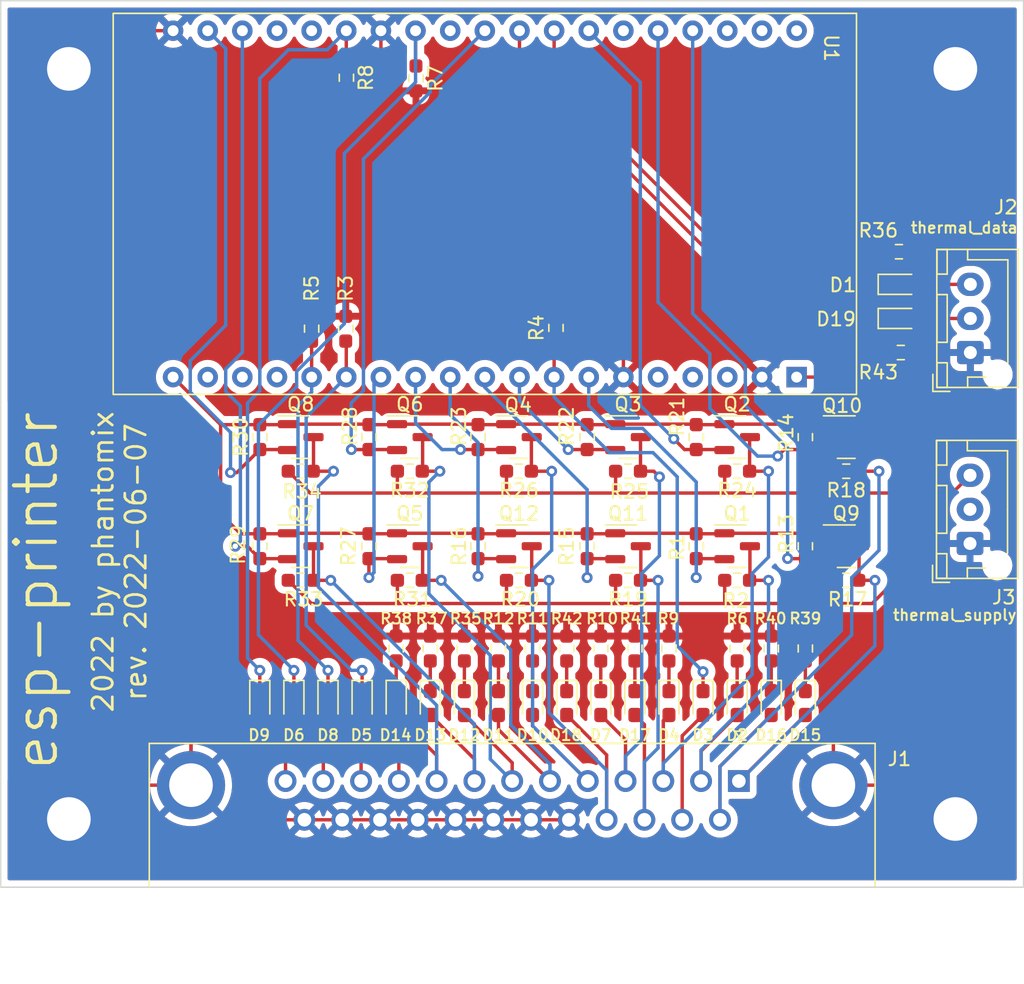
<source format=kicad_pcb>
(kicad_pcb (version 20211014) (generator pcbnew)

  (general
    (thickness 1.6)
  )

  (paper "A4")
  (layers
    (0 "F.Cu" signal)
    (31 "B.Cu" signal)
    (32 "B.Adhes" user "B.Adhesive")
    (33 "F.Adhes" user "F.Adhesive")
    (34 "B.Paste" user)
    (35 "F.Paste" user)
    (36 "B.SilkS" user "B.Silkscreen")
    (37 "F.SilkS" user "F.Silkscreen")
    (38 "B.Mask" user)
    (39 "F.Mask" user)
    (40 "Dwgs.User" user "User.Drawings")
    (41 "Cmts.User" user "User.Comments")
    (42 "Eco1.User" user "User.Eco1")
    (43 "Eco2.User" user "User.Eco2")
    (44 "Edge.Cuts" user)
    (45 "Margin" user)
    (46 "B.CrtYd" user "B.Courtyard")
    (47 "F.CrtYd" user "F.Courtyard")
    (48 "B.Fab" user)
    (49 "F.Fab" user)
    (50 "User.1" user "Nutzer.1")
    (51 "User.2" user "Nutzer.2")
    (52 "User.3" user "Nutzer.3")
    (53 "User.4" user "Nutzer.4")
    (54 "User.5" user "Nutzer.5")
    (55 "User.6" user "Nutzer.6")
    (56 "User.7" user "Nutzer.7")
    (57 "User.8" user "Nutzer.8")
    (58 "User.9" user "Nutzer.9")
  )

  (setup
    (pad_to_mask_clearance 0)
    (pcbplotparams
      (layerselection 0x00010fc_ffffffff)
      (disableapertmacros false)
      (usegerberextensions false)
      (usegerberattributes true)
      (usegerberadvancedattributes true)
      (creategerberjobfile true)
      (svguseinch false)
      (svgprecision 6)
      (excludeedgelayer true)
      (plotframeref false)
      (viasonmask true)
      (mode 1)
      (useauxorigin false)
      (hpglpennumber 1)
      (hpglpenspeed 20)
      (hpglpendiameter 15.000000)
      (dxfpolygonmode true)
      (dxfimperialunits true)
      (dxfusepcbnewfont true)
      (psnegative false)
      (psa4output false)
      (plotreference true)
      (plotvalue false)
      (plotinvisibletext false)
      (sketchpadsonfab false)
      (subtractmaskfromsilk true)
      (outputformat 1)
      (mirror false)
      (drillshape 0)
      (scaleselection 1)
      (outputdirectory "gerber/")
    )
  )

  (net 0 "")
  (net 1 "+3V3")
  (net 2 "+5V")
  (net 3 "GND")
  (net 4 "unconnected-(U1-Pad3)")
  (net 5 "unconnected-(U1-Pad4)")
  (net 6 "unconnected-(U1-Pad5)")
  (net 7 "unconnected-(U1-Pad16)")
  (net 8 "unconnected-(U1-Pad17)")
  (net 9 "unconnected-(U1-Pad18)")
  (net 10 "unconnected-(U1-Pad23)")
  (net 11 "unconnected-(U1-Pad24)")
  (net 12 "unconnected-(U1-Pad36)")
  (net 13 "unconnected-(U1-Pad37)")
  (net 14 "unconnected-(U1-Pad38)")
  (net 15 "SUB_STROBE")
  (net 16 "SUB_D0")
  (net 17 "SUB_D1")
  (net 18 "SUB_D2")
  (net 19 "SUB_D3")
  (net 20 "SUB_D4")
  (net 21 "SUB_D5")
  (net 22 "SUB_D6")
  (net 23 "SUB_D7")
  (net 24 "SUB_AUTOFD")
  (net 25 "SUB_RST")
  (net 26 "SUB_SEL_INPUT")
  (net 27 "ESP_D0")
  (net 28 "ESP_STROBE")
  (net 29 "ESP_AUTOFD")
  (net 30 "ESP_RST")
  (net 31 "ESP_SEL_INPUT")
  (net 32 "ESP_D1")
  (net 33 "ESP_D2")
  (net 34 "ESP_D3")
  (net 35 "ESP_D4")
  (net 36 "ESP_D5")
  (net 37 "ESP_D6")
  (net 38 "ESP_D7")
  (net 39 "ESP_ACK")
  (net 40 "ESP_ERROR")
  (net 41 "ESP_BUSY")
  (net 42 "ESP_PAPER_EMPTY")
  (net 43 "ESP_SELECT")
  (net 44 "Net-(J1-Pad10)")
  (net 45 "/u2rx")
  (net 46 "/u2tx")
  (net 47 "unconnected-(J3-Pad2)")
  (net 48 "Net-(J1-Pad11)")
  (net 49 "Net-(J1-Pad12)")
  (net 50 "Net-(J1-Pad13)")
  (net 51 "Net-(J1-Pad15)")
  (net 52 "Net-(D2-Pad1)")
  (net 53 "Net-(D4-Pad1)")
  (net 54 "Net-(D7-Pad1)")
  (net 55 "Net-(D10-Pad1)")
  (net 56 "Net-(D11-Pad1)")
  (net 57 "Net-(D12-Pad1)")
  (net 58 "Net-(R36-Pad1)")
  (net 59 "Net-(D13-Pad1)")
  (net 60 "Net-(D14-Pad1)")
  (net 61 "Net-(D15-Pad1)")
  (net 62 "Net-(D16-Pad1)")
  (net 63 "Net-(D17-Pad1)")
  (net 64 "Net-(D18-Pad1)")
  (net 65 "Net-(D19-Pad1)")
  (net 66 "unconnected-(U1-Pad28)")
  (net 67 "unconnected-(U1-Pad33)")

  (footprint "Package_TO_SOT_SMD:SOT-23" (layer "F.Cu") (at 154 87))

  (footprint "LED_SMD:LED_0603_1608Metric_Pad1.05x0.95mm_HandSolder" (layer "F.Cu") (at 149 106.5 -90))

  (footprint "Resistor_SMD:R_0603_1608Metric_Pad0.98x0.95mm_HandSolder" (layer "F.Cu") (at 125.35 60.65 -90))

  (footprint "Resistor_SMD:R_0603_1608Metric_Pad0.98x0.95mm_HandSolder" (layer "F.Cu") (at 151 95 -90))

  (footprint "Resistor_SMD:R_0603_1608Metric_Pad0.98x0.95mm_HandSolder" (layer "F.Cu") (at 143 95 -90))

  (footprint "Resistor_SMD:R_0603_1608Metric_Pad0.98x0.95mm_HandSolder" (layer "F.Cu") (at 134 102.5 90))

  (footprint "Resistor_SMD:R_0603_1608Metric_Pad0.98x0.95mm_HandSolder" (layer "F.Cu") (at 151 87 -90))

  (footprint "Package_TO_SOT_SMD:SOT-23" (layer "F.Cu") (at 122 95))

  (footprint "Resistor_SMD:R_0603_1608Metric_Pad0.98x0.95mm_HandSolder" (layer "F.Cu") (at 159 87 -90))

  (footprint "Resistor_SMD:R_0603_1608Metric_Pad0.98x0.95mm_HandSolder" (layer "F.Cu") (at 119 95 -90))

  (footprint "Resistor_SMD:R_0603_1608Metric_Pad0.98x0.95mm_HandSolder" (layer "F.Cu") (at 162 89.5))

  (footprint "LED_SMD:LED_0603_1608Metric_Pad1.05x0.95mm_HandSolder" (layer "F.Cu") (at 146.5 106.5 -90))

  (footprint "Package_TO_SOT_SMD:SOT-23" (layer "F.Cu") (at 154 95))

  (footprint "Resistor_SMD:R_0603_1608Metric_Pad0.98x0.95mm_HandSolder" (layer "F.Cu") (at 138 89.5))

  (footprint "LED_SMD:LED_0603_1608Metric_Pad1.05x0.95mm_HandSolder" (layer "F.Cu") (at 166 75.8))

  (footprint "Connector_Dsub:DSUB-25_Female_Horizontal_P2.77x2.84mm_EdgePinOffset4.94mm_Housed_MountingHolesOffset7.48mm" (layer "F.Cu") (at 154.125 112.219669))

  (footprint "Package_TO_SOT_SMD:SOT-23" (layer "F.Cu") (at 162 87))

  (footprint "Resistor_SMD:R_0603_1608Metric_Pad0.98x0.95mm_HandSolder" (layer "F.Cu") (at 156.5 102.5 90))

  (footprint "LED_SMD:LED_0603_1608Metric_Pad1.05x0.95mm_HandSolder" (layer "F.Cu") (at 151.5 106.5 -90))

  (footprint "LED_SMD:LED_0603_1608Metric_Pad1.05x0.95mm_HandSolder" (layer "F.Cu") (at 134 106.5 -90))

  (footprint "Resistor_SMD:R_0603_1608Metric_Pad0.98x0.95mm_HandSolder" (layer "F.Cu") (at 146 89.5))

  (footprint "Package_TO_SOT_SMD:SOT-23" (layer "F.Cu") (at 146 95))

  (footprint "Package_TO_SOT_SMD:SOT-23" (layer "F.Cu") (at 122 87))

  (footprint "Resistor_SMD:R_0603_1608Metric_Pad0.98x0.95mm_HandSolder" (layer "F.Cu") (at 162 97.5))

  (footprint "Resistor_SMD:R_0603_1608Metric_Pad0.98x0.95mm_HandSolder" (layer "F.Cu") (at 125.3 79.05 90))

  (footprint "Resistor_SMD:R_0603_1608Metric_Pad0.98x0.95mm_HandSolder" (layer "F.Cu") (at 149 102.5 90))

  (footprint "LED_SMD:LED_0603_1608Metric_Pad1.05x0.95mm_HandSolder" (layer "F.Cu") (at 139 106.5 -90))

  (footprint "Resistor_SMD:R_0603_1608Metric_Pad0.98x0.95mm_HandSolder" (layer "F.Cu") (at 154 89.5))

  (footprint "Resistor_SMD:R_0603_1608Metric_Pad0.98x0.95mm_HandSolder" (layer "F.Cu") (at 127 95 -90))

  (footprint "Package_TO_SOT_SMD:SOT-23" (layer "F.Cu") (at 130 87))

  (footprint "esp32_nodemcu:esp32_nodemcu" (layer "F.Cu") (at 135.5 69.9 -90))

  (footprint "Resistor_SMD:R_0603_1608Metric_Pad0.98x0.95mm_HandSolder" (layer "F.Cu") (at 154 97.5))

  (footprint "Resistor_SMD:R_0603_1608Metric_Pad0.98x0.95mm_HandSolder" (layer "F.Cu") (at 166 80.8))

  (footprint "Resistor_SMD:R_0603_1608Metric_Pad0.98x0.95mm_HandSolder" (layer "F.Cu") (at 122 89.5))

  (footprint "Connector_JST:JST_XH_B3B-XH-AM_1x03_P2.50mm_Vertical" (layer "F.Cu") (at 171.075 94.8 90))

  (footprint "Resistor_SMD:R_0603_1608Metric_Pad0.98x0.95mm_HandSolder" (layer "F.Cu") (at 154 102.5 90))

  (footprint "Resistor_SMD:R_0603_1608Metric_Pad0.98x0.95mm_HandSolder" (layer "F.Cu") (at 122.8 79.05 90))

  (footprint "Resistor_SMD:R_0603_1608Metric_Pad0.98x0.95mm_HandSolder" (layer "F.Cu") (at 143 87 -90))

  (footprint "Resistor_SMD:R_0603_1608Metric_Pad0.98x0.95mm_HandSolder" (layer "F.Cu") (at 127 87 -90))

  (footprint "LED_SMD:LED_0603_1608Metric_Pad1.05x0.95mm_HandSolder" (layer "F.Cu") (at 159 106.5 -90))

  (footprint "Package_TO_SOT_SMD:SOT-23" (layer "F.Cu") (at 138 87))

  (footprint "LED_SMD:LED_0603_1608Metric_Pad1.05x0.95mm_HandSolder" (layer "F.Cu") (at 124 106.5 -90))

  (footprint "LED_SMD:LED_0603_1608Metric_Pad1.05x0.95mm_HandSolder" (layer "F.Cu") (at 166 78.3))

  (footprint "Resistor_SMD:R_0603_1608Metric_Pad0.98x0.95mm_HandSolder" (layer "F.Cu") (at 119 87 -90))

  (footprint "Resistor_SMD:R_0603_1608Metric_Pad0.98x0.95mm_HandSolder" (layer "F.Cu") (at 159 102.5 90))

  (footprint "LED_SMD:LED_0603_1608Metric_Pad1.05x0.95mm_HandSolder" (layer "F.Cu") (at 126.5 106.5 -90))

  (footprint "Resistor_SMD:R_0603_1608Metric_Pad0.98x0.95mm_HandSolder" (layer "F.Cu") (at 159 95 -90))

  (footprint "Resistor_SMD:R_0603_1608Metric_Pad0.98x0.95mm_HandSolder" (layer "F.Cu") (at 146.5 102.5 90))

  (footprint "Resistor_SMD:R_0603_1608Metric_Pad0.98x0.95mm_HandSolder" (layer "F.Cu") (at 140.716 78.994 90))

  (footprint "Resistor_SMD:R_0603_1608Metric_Pad0.98x0.95mm_HandSolder" (layer "F.Cu") (at 136.5 102.5 90))

  (footprint "LED_SMD:LED_0603_1608Metric_Pad1.05x0.95mm_HandSolder" (layer "F.Cu") (at 131.5 106.5 -90))

  (footprint "Resistor_SMD:R_0603_1608Metric_Pad0.98x0.95mm_HandSolder" (layer "F.Cu") (at 135 87 -90))

  (footprint "Resistor_SMD:R_0603_1608Metric_Pad0.98x0.95mm_HandSolder" (layer "F.Cu") (at 138 97.5))

  (footprint "Resistor_SMD:R_0603_1608Metric_Pad0.98x0.95mm_HandSolder" (layer "F.Cu") (at 146 97.5))

  (footprint "Resistor_SMD:R_0603_1608Metric_Pad0.98x0.95mm_HandSolder" (layer "F.Cu") (at 135 95 -90))

  (footprint "Resistor_SMD:R_0603_1608Metric_Pad0.98x0.95mm_HandSolder" (layer "F.Cu") (at 139 102.5 90))

  (footprint "Package_TO_SOT_SMD:SOT-23" locked (layer "F.Cu")
    (tedit 5FA16958) (tstamp c3306705-d464-4023-b6ab-f696c6230f14)
    (at 138 95)
    (descr "SOT, 3 Pin (https://www.jedec.org/system/files/docs/to-236h.pdf variant AB), generated with kicad-footprint-generator ipc_gullwing_generator.py")
    (tags "SOT TO_SOT_SMD")
    (property "Sheetfile" "kicad.kicad_sch")
    (property "Sheetname" "")
    (path "/07568bdb-55aa-4312-a30b-8fc429581fa6")
    (attr smd)
    (fp_text reference "Q12" (at 0 -2.4) (layer "F.SilkS")
      (effects (font (size 1 1) (thickness 0.15)))
      (tstamp 1b9b4b46-4d94-47dc-a04d-d9309bdddf90)
    )
    (fp_text value "BSS138" (at -0.65 0.1625) (layer "F.Fab")
      (effects (font (size 1 1) (thickness 0.15)))
      (tstamp ab94d283-0b29-441f-82dc-31e91ae18638)
    )
    (fp_text user "${REFERENCE}" (at 0 0) (layer "F.Fab")
      (effects (font (size 0.32 0.32) (thickness 0.05)))
      (tstamp 7a135176-f0e4-48f2-9141-c47828842636)
    )
    (fp_line (start 0 -1.56) (end 0.65 -1.56) (layer "F.SilkS") (width 0.12) (tstamp 08db75e1-8d7d-452b-938c-e3c1a5d343a0))
    (fp_line (start 0 -1.56) (end -1.675 -1.56) (layer "F.SilkS") (width 0.12) (tstamp 35e42bca-172a-47d7-af69-8d159a93cdaa))
    (fp_line (start 0 1.56) (end 0.65 1.56) (layer "F.SilkS") (width 0.12) (tstamp 5759330d-e400-452f-9fb0-84a367be3d16))
    (fp_line (start 0 1.56) (end -0.65 1.56) (layer "F.SilkS") (width 0.12) (tstamp 80fa3cf2-79fc-4aa1-a320-c2c8818d4c73))
    (fp_line (start -1.92 -1.7) (end -1.92 1.7) (layer "F.CrtYd") (width 0.05) (tstamp 0a06b898-9ede-49e2-a504-3f1a179722e5))
    (fp_line (start 1.92 -1.7) (e
... [673049 chars truncated]
</source>
